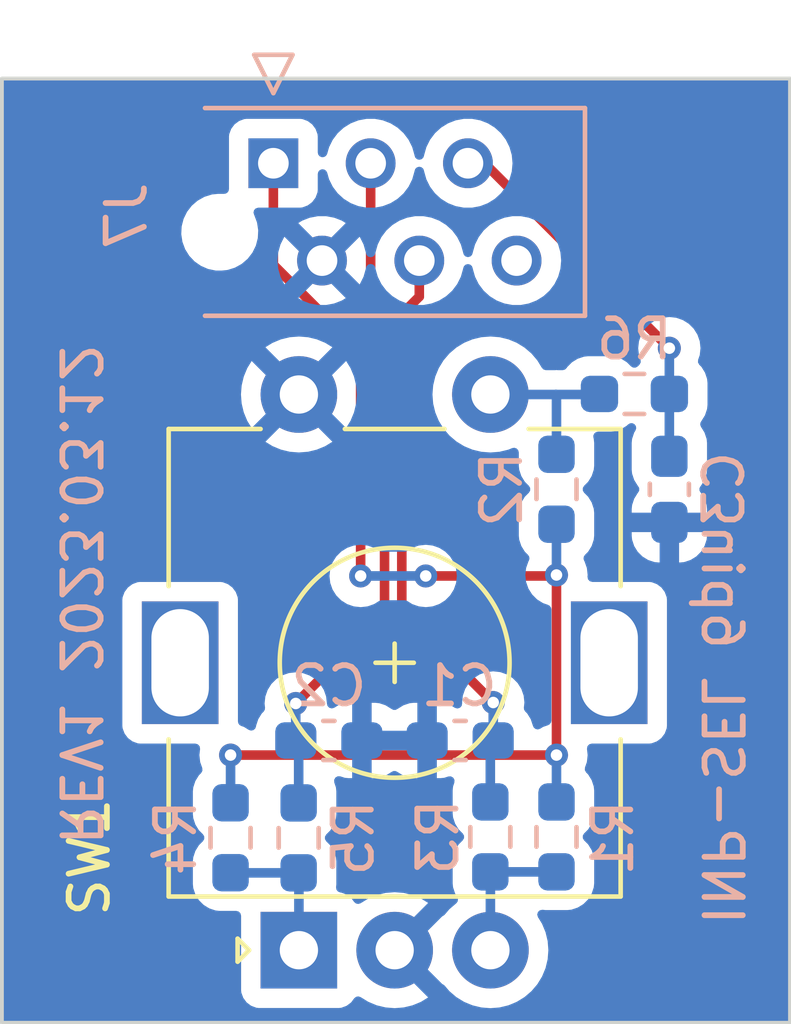
<source format=kicad_pcb>
(kicad_pcb (version 20221018) (generator pcbnew)
  (layers (0 "F.Cu" signal) (31 "B.Cu" signal) (34 "B.Paste" user) (35 "F.Paste" user) (36 "B.SilkS" user "B.Silkscreen") (37 "F.SilkS" user "F.Silkscreen") (38 "B.Mask" user) (39 "F.Mask" user) (44 "Edge.Cuts" user))
  (net 0 "")
  (net 1 "GND")
  (net 2 "RB7{slash}CHB")
  (net 3 "RB6{slash}CHA")
  (net 4 "VCC")
  (net 5 "RB4{slash}SW")
  (net 6 "Net-(R1-Pad2)")
  (net 7 "Net-(R2-Pad1)")
  (net 8 "Net-(R4-Pad2)")
  (footprint "Rotary_Encoder:RotaryEncoder_Alps_EC11E-Switch_Vertical_H20mm" (layer "F.Cu") (at 139.833 79.386 90)
    (fp_text reference "SW1" (at 2.424 -5.467 90) (layer "F.SilkS"))
    (fp_text value "RotaryEncoder_Switch")
    (fp_line (start -0.3 -1.6) (end 0.3 -1.6) (stroke (width 0.12)) (layer "F.SilkS"))
    (fp_line (start 0 -1.3) (end -0.3 -1.6) (stroke (width 0.12)) (layer "F.SilkS"))
    (fp_line (start 0.3 -1.6) (end 0 -1.3) (stroke (width 0.12)) (layer "F.SilkS"))
    (fp_line (start 1.4 -3.4) (end 1.4 8.4) (stroke (width 0.12)) (layer "F.SilkS"))
    (fp_line (start 5.5 -3.4) (end 1.4 -3.4) (stroke (width 0.12)) (layer "F.SilkS"))
    (fp_line (start 5.5 8.4) (end 1.4 8.4) (stroke (width 0.12)) (layer "F.SilkS"))
    (fp_line (start 7 2.5) (end 8 2.5) (stroke (width 0.12)) (layer "F.SilkS"))
    (fp_line (start 7.5 2) (end 7.5 3) (stroke (width 0.12)) (layer "F.SilkS"))
    (fp_line (start 9.5 -3.4) (end 13.6 -3.4) (stroke (width 0.12)) (layer "F.SilkS"))
    (fp_line (start 13.6 -3.4) (end 13.6 -1) (stroke (width 0.12)) (layer "F.SilkS"))
    (fp_line (start 13.6 1.2) (end 13.6 3.8) (stroke (width 0.12)) (layer "F.SilkS"))
    (fp_line (start 13.6 6) (end 13.6 8.4) (stroke (width 0.12)) (layer "F.SilkS"))
    (fp_line (start 13.6 8.4) (end 9.5 8.4) (stroke (width 0.12)) (layer "F.SilkS"))
    (fp_circle (center 7.5 2.5) (end 10.5 2.5) (stroke (width 0.12)) (fill none) (layer "F.SilkS"))
    (pad "A" thru_hole rect (at 0 0 90) (size 2 2) (drill 1) (layers "*.Cu" "*.Mask") (net 8 "Net-(R4-Pad2)"))
    (pad "B" thru_hole circle (at 0 5 90) (size 2 2) (drill 1) (layers "*.Cu" "*.Mask") (net 6 "Net-(R1-Pad2)"))
    (pad "C" thru_hole circle (at 0 2.5 90) (size 2 2) (drill 1) (layers "*.Cu" "*.Mask") (net 1 "GND"))
    (pad "MP" thru_hole rect (at 7.5 -3.1 90) (size 3.2 2) (drill oval 2.8 1.5) (layers "*.Cu" "*.Mask"))
    (pad "MP" thru_hole rect (at 7.5 8.1 90) (size 3.2 2) (drill oval 2.8 1.5) (layers "*.Cu" "*.Mask"))
    (pad "S1" thru_hole circle (at 14.5 5 90) (size 2 2) (drill 1) (layers "*.Cu" "*.Mask") (net 7 "Net-(R2-Pad1)"))
    (pad "S2" thru_hole circle (at 14.5 0 90) (size 2 2) (drill 1) (layers "*.Cu" "*.Mask") (net 1 "GND"))
  )
  (footprint "Resistor_SMD:R_0603_1608Metric_Pad0.98x0.95mm_HandSolder" (layer "B.Cu") (at 146.558 76.4305 -90)
    (fp_text reference "R1" (at 0.0235 -1.4732 90) (layer "B.SilkS") (effects (justify mirror)))
    (fp_text value "10k")
    (fp_line (start -0.254724 -0.5225) (end 0.254724 -0.5225) (stroke (width 0.12)) (layer "B.SilkS"))
    (fp_line (start -0.254724 0.5225) (end 0.254724 0.5225) (stroke (width 0.12)) (layer "B.SilkS"))
    (pad "1" smd roundrect (at -0.9125 0 270) (size 0.975 0.95) (layers "B.Cu" "B.Paste" "B.Mask") (net 4 "VCC"))
    (pad "2" smd roundrect (at 0.9125 0 270) (size 0.975 0.95) (layers "B.Cu" "B.Paste" "B.Mask") (net 6 "Net-(R1-Pad2)"))
  )
  (footprint "Resistor_SMD:R_0603_1608Metric_Pad0.98x0.95mm_HandSolder" (layer "B.Cu") (at 144.8308 76.4305 90)
    (fp_text reference "R3" (at 0 -1.363 90) (layer "B.SilkS") (effects (justify mirror)))
    (fp_text value "10k")
    (fp_line (start -0.254724 -0.5225) (end 0.254724 -0.5225) (stroke (width 0.12)) (layer "B.SilkS"))
    (fp_line (start -0.254724 0.5225) (end 0.254724 0.5225) (stroke (width 0.12)) (layer "B.SilkS"))
    (pad "1" smd roundrect (at -0.9125 0 90) (size 0.975 0.95) (layers "B.Cu" "B.Paste" "B.Mask") (net 6 "Net-(R1-Pad2)"))
    (pad "2" smd roundrect (at 0.9125 0 90) (size 0.975 0.95) (layers "B.Cu" "B.Paste" "B.Mask") (net 2 "RB7{slash}CHB"))
  )
  (footprint "Capacitor_SMD:C_0603_1608Metric_Pad1.08x0.95mm_HandSolder" (layer "B.Cu") (at 140.6155 73.914 180)
    (fp_text reference "C2" (at 0.0011 1.4224) (layer "B.SilkS") (effects (justify mirror)))
    (fp_text value "10nF")
    (fp_line (start -0.146267 -0.51) (end 0.146267 -0.51) (stroke (width 0.12)) (layer "B.SilkS"))
    (fp_line (start -0.146267 0.51) (end 0.146267 0.51) (stroke (width 0.12)) (layer "B.SilkS"))
    (pad "1" smd roundrect (at -0.8625 0 180) (size 1.075 0.95) (layers "B.Cu" "B.Paste" "B.Mask") (net 1 "GND"))
    (pad "2" smd roundrect (at 0.8625 0 180) (size 1.075 0.95) (layers "B.Cu" "B.Paste" "B.Mask") (net 3 "RB6{slash}CHA"))
  )
  (footprint "Capacitor_SMD:C_0603_1608Metric_Pad1.08x0.95mm_HandSolder" (layer "B.Cu") (at 144.0423 73.914)
    (fp_text reference "C1" (at -0.0243 -1.4224) (layer "B.SilkS") (effects (justify mirror)))
    (fp_text value "10nF")
    (fp_line (start -0.146267 -0.51) (end 0.146267 -0.51) (stroke (width 0.12)) (layer "B.SilkS"))
    (fp_line (start -0.146267 0.51) (end 0.146267 0.51) (stroke (width 0.12)) (layer "B.SilkS"))
    (pad "1" smd roundrect (at -0.8625 0) (size 1.075 0.95) (layers "B.Cu" "B.Paste" "B.Mask") (net 1 "GND"))
    (pad "2" smd roundrect (at 0.8625 0) (size 1.075 0.95) (layers "B.Cu" "B.Paste" "B.Mask") (net 2 "RB7{slash}CHB"))
  )
  (footprint "Resistor_SMD:R_0603_1608Metric_Pad0.98x0.95mm_HandSolder" (layer "B.Cu") (at 146.558 67.3589 -90)
    (fp_text reference "R2" (at 0 1.43 90) (layer "B.SilkS") (effects (justify mirror)))
    (fp_text value "10k")
    (fp_line (start -0.254724 -0.5225) (end 0.254724 -0.5225) (stroke (width 0.12)) (layer "B.SilkS"))
    (fp_line (start -0.254724 0.5225) (end 0.254724 0.5225) (stroke (width 0.12)) (layer "B.SilkS"))
    (pad "1" smd roundrect (at -0.9125 0 270) (size 0.975 0.95) (layers "B.Cu" "B.Paste" "B.Mask") (net 7 "Net-(R2-Pad1)"))
    (pad "2" smd roundrect (at 0.9125 0 270) (size 0.975 0.95) (layers "B.Cu" "B.Paste" "B.Mask") (net 4 "VCC"))
  )
  (footprint "Connector_TE-Connectivity:TE_Micro-MaTch_215079-6_2x03_P1.27mm_Vertical" (layer "B.Cu") (at 139.1666 58.8518 -90)
    (fp_text reference "J7" (at 1.3716 3.8354 90) (layer "B.SilkS") (effects (justify mirror)))
    (fp_text value "TE MicroMatch")
    (fp_line (start -2.83 -0.5) (end -2.83 0.5) (stroke (width 0.12)) (layer "B.SilkS"))
    (fp_line (start -2.83 0.5) (end -1.83 0) (stroke (width 0.12)) (layer "B.SilkS"))
    (fp_line (start -1.83 0) (end -2.83 -0.5) (stroke (width 0.12)) (layer "B.SilkS"))
    (fp_line (start -1.44 -8.135) (end 3.98 -8.135) (stroke (width 0.12)) (layer "B.SilkS"))
    (fp_line (start -1.44 1.785) (end -1.44 -8.135) (stroke (width 0.12)) (layer "B.SilkS"))
    (fp_line (start 3.98 -8.135) (end 3.98 1.785) (stroke (width 0.12)) (layer "B.SilkS"))
    (pad "" np_thru_hole circle (at 1.8 1.4 270) (size 1.5 1.5) (drill 1.5) (layers "*.Cu" "*.Mask"))
    (pad "1" thru_hole rect (at 0 0 270) (size 1.3 1.3) (drill 0.8) (layers "*.Cu" "*.Mask") (net 4 "VCC"))
    (pad "2" thru_hole circle (at 2.54 -1.27 270) (size 1.3 1.3) (drill 0.8) (layers "*.Cu" "*.Mask") (net 1 "GND"))
    (pad "3" thru_hole circle (at 0 -2.54 270) (size 1.3 1.3) (drill 0.8) (layers "*.Cu" "*.Mask") (net 3 "RB6{slash}CHA"))
    (pad "4" thru_hole circle (at 2.54 -3.81 270) (size 1.3 1.3) (drill 0.8) (layers "*.Cu" "*.Mask") (net 2 "RB7{slash}CHB"))
    (pad "5" thru_hole circle (at 0 -5.08 270) (size 1.3 1.3) (drill 0.8) (layers "*.Cu" "*.Mask") (net 5 "RB4{slash}SW"))
    (pad "6" thru_hole circle (at 2.54 -6.35 270) (size 1.3 1.3) (drill 0.8) (layers "*.Cu" "*.Mask"))
  )
  (footprint "Resistor_SMD:R_0603_1608Metric_Pad0.98x0.95mm_HandSolder" (layer "B.Cu") (at 139.827 76.4559 90)
    (fp_text reference "R5" (at 0 1.43 90) (layer "B.SilkS") (effects (justify mirror)))
    (fp_text value "10k")
    (fp_line (start -0.254724 -0.5225) (end 0.254724 -0.5225) (stroke (width 0.12)) (layer "B.SilkS"))
    (fp_line (start -0.254724 0.5225) (end 0.254724 0.5225) (stroke (width 0.12)) (layer "B.SilkS"))
    (pad "1" smd roundrect (at -0.9125 0 90) (size 0.975 0.95) (layers "B.Cu" "B.Paste" "B.Mask") (net 8 "Net-(R4-Pad2)"))
    (pad "2" smd roundrect (at 0.9125 0 90) (size 0.975 0.95) (layers "B.Cu" "B.Paste" "B.Mask") (net 3 "RB6{slash}CHA"))
  )
  (footprint "Resistor_SMD:R_0603_1608Metric_Pad0.98x0.95mm_HandSolder" (layer "B.Cu") (at 138.049 76.4521 -90)
    (fp_text reference "R4" (at 0 1.43 90) (layer "B.SilkS") (effects (justify mirror)))
    (fp_text value "10k")
    (fp_line (start -0.254724 -0.5225) (end 0.254724 -0.5225) (stroke (width 0.12)) (layer "B.SilkS"))
    (fp_line (start -0.254724 0.5225) (end 0.254724 0.5225) (stroke (width 0.12)) (layer "B.SilkS"))
    (pad "1" smd roundrect (at -0.9125 0 270) (size 0.975 0.95) (layers "B.Cu" "B.Paste" "B.Mask") (net 4 "VCC"))
    (pad "2" smd roundrect (at 0.9125 0 270) (size 0.975 0.95) (layers "B.Cu" "B.Paste" "B.Mask") (net 8 "Net-(R4-Pad2)"))
  )
  (footprint "Resistor_SMD:R_0603_1608Metric_Pad0.98x0.95mm_HandSolder" (layer "B.Cu") (at 148.5919 64.8716 180)
    (fp_text reference "R6" (at 0 1.43) (layer "B.SilkS") (effects (justify mirror)))
    (fp_text value "10k")
    (fp_line (start -0.254724 -0.5225) (end 0.254724 -0.5225) (stroke (width 0.12)) (layer "B.SilkS"))
    (fp_line (start -0.254724 0.5225) (end 0.254724 0.5225) (stroke (width 0.12)) (layer "B.SilkS"))
    (pad "1" smd roundrect (at -0.9125 0 180) (size 0.975 0.95) (layers "B.Cu" "B.Paste" "B.Mask") (net 5 "RB4{slash}SW"))
    (pad "2" smd roundrect (at 0.9125 0 180) (size 0.975 0.95) (layers "B.Cu" "B.Paste" "B.Mask") (net 7 "Net-(R2-Pad1)"))
  )
  (footprint "Capacitor_SMD:C_0603_1608Metric_Pad1.08x0.95mm_HandSolder" (layer "B.Cu") (at 149.5044 67.3608 90)
    (fp_text reference "C3" (at 0 1.43 90) (layer "B.SilkS") (effects (justify mirror)))
    (fp_text value "10nF")
    (fp_line (start -0.146267 -0.51) (end 0.146267 -0.51) (stroke (width 0.12)) (layer "B.SilkS"))
    (fp_line (start -0.146267 0.51) (end 0.146267 0.51) (stroke (width 0.12)) (layer "B.SilkS"))
    (pad "1" smd roundrect (at -0.8625 0 90) (size 1.075 0.95) (layers "B.Cu" "B.Paste" "B.Mask") (net 1 "GND"))
    (pad "2" smd roundrect (at 0.8625 0 90) (size 1.075 0.95) (layers "B.Cu" "B.Paste" "B.Mask") (net 5 "RB4{slash}SW"))
  )
  (gr_rect (start 132.08 56.642) (end 152.654 81.28) (stroke (width 0.1)) (fill none) (layer "Edge.Cuts"))
  (gr_text "INP-SEL 6pin" (at 150.876 73.496773 270) (layer "B.SilkS") (effects (font (size 1 1)) (justify mirror)))
  (gr_text "REV1 2023.03.12" (at 134.112 70.104 270) (layer "B.SilkS") (effects (font (size 1 1)) (justify mirror)))
  (segment (start 142.9766 61.3918) (end 142.9766 62.3316) (width 0.25) (layer "F.Cu") (net 2))
  (segment (start 142.5194 70.5358) (end 144.907 72.9234) (width 0.25) (layer "F.Cu") (net 2))
  (segment (start 142.9766 62.3316) (end 142.5194 62.7888) (width 0.25) (layer "F.Cu") (net 2))
  (segment (start 142.5194 62.7888) (end 142.5194 70.5358) (width 0.25) (layer "F.Cu") (net 2))
  (via (at 144.907 72.9234) (size 0.6) (drill 0.3) (layers "F.Cu" "B.Cu") (net 2))
  (segment (start 144.8308 75.518) (end 144.8308 73.988) (width 0.25) (layer "B.Cu") (net 2))
  (segment (start 144.907 72.9234) (end 144.907 73.9118) (width 0.25) (layer "B.Cu") (net 2))
  (segment (start 144.907 73.9118) (end 144.9048 73.914) (width 0.25) (layer "B.Cu") (net 2))
  (segment (start 139.7508 72.9488) (end 142.0694 70.6302) (width 0.25) (layer "F.Cu") (net 3))
  (segment (start 142.0694 62.9158) (end 141.7066 62.553) (width 0.25) (layer "F.Cu") (net 3))
  (segment (start 141.7066 62.553) (end 141.7066 58.8518) (width 0.25) (layer "F.Cu") (net 3))
  (segment (start 142.0694 70.6302) (end 142.0694 62.9158) (width 0.25) (layer "F.Cu") (net 3))
  (via (at 139.7508 72.9488) (size 0.6) (drill 0.3) (layers "F.Cu" "B.Cu") (net 3))
  (segment (start 139.7508 73.9118) (end 139.753 73.914) (width 0.25) (layer "B.Cu") (net 3))
  (segment (start 139.7508 72.9488) (end 139.7508 73.9118) (width 0.25) (layer "B.Cu") (net 3))
  (segment (start 139.827 75.5434) (end 139.827 73.988) (width 0.25) (layer "B.Cu") (net 3))
  (segment (start 146.558 74.295) (end 146.558 69.596) (width 0.25) (layer "F.Cu") (net 4))
  (segment (start 146.5326 69.6214) (end 146.558 69.596) (width 0.25) (layer "F.Cu") (net 4))
  (segment (start 139.1666 58.8518) (end 139.1666 61.500659) (width 0.25) (layer "F.Cu") (net 4))
  (segment (start 141.4449 63.778959) (end 141.4449 69.6214) (width 0.25) (layer "F.Cu") (net 4))
  (segment (start 138.049 74.295) (end 146.558 74.295) (width 0.25) (layer "F.Cu") (net 4))
  (segment (start 139.1666 61.500659) (end 141.4449 63.778959) (width 0.25) (layer "F.Cu") (net 4))
  (segment (start 143.1439 69.6214) (end 146.5326 69.6214) (width 0.25) (layer "F.Cu") (net 4))
  (via (at 146.558 69.596) (size 0.6) (drill 0.3) (layers "F.Cu" "B.Cu") (net 4))
  (via (at 146.558 74.295) (size 0.6) (drill 0.3) (layers "F.Cu" "B.Cu") (net 4))
  (via (at 141.4449 69.6214) (size 0.6) (drill 0.3) (layers "F.Cu" "B.Cu") (net 4))
  (via (at 143.1439 69.6214) (size 0.6) (drill 0.3) (layers "F.Cu" "B.Cu") (net 4))
  (via (at 138.049 74.295) (size 0.6) (drill 0.3) (layers "F.Cu" "B.Cu") (net 4))
  (segment (start 146.558 74.295) (end 146.558 75.518) (width 0.25) (layer "B.Cu") (net 4))
  (segment (start 138.049 75.5396) (end 138.049 74.295) (width 0.25) (layer "B.Cu") (net 4))
  (segment (start 146.558 68.2714) (end 146.558 69.596) (width 0.25) (layer "B.Cu") (net 4))
  (segment (start 141.4449 69.6214) (end 143.1439 69.6214) (width 0.25) (layer "B.Cu") (net 4))
  (segment (start 144.6784 58.8518) (end 149.5044 63.6778) (width 0.25) (layer "F.Cu") (net 5))
  (segment (start 144.2466 58.8518) (end 144.6784 58.8518) (width 0.25) (layer "F.Cu") (net 5))
  (via (at 149.5044 63.6778) (size 0.6) (drill 0.3) (layers "F.Cu" "B.Cu") (net 5))
  (segment (start 149.5044 66.4983) (end 149.5044 64.8716) (width 0.25) (layer "B.Cu") (net 5))
  (segment (start 149.5044 63.6778) (end 149.5044 64.8716) (width 0.25) (layer "B.Cu") (net 5))
  (segment (start 146.558 77.343) (end 144.8308 77.343) (width 0.25) (layer "B.Cu") (net 6))
  (segment (start 144.833 79.386) (end 144.833 77.3452) (width 0.25) (layer "B.Cu") (net 6))
  (segment (start 147.665 64.886) (end 146.5436 64.886) (width 0.25) (layer "B.Cu") (net 7))
  (segment (start 146.558 66.4464) (end 146.558 64.9004) (width 0.25) (layer "B.Cu") (net 7))
  (segment (start 146.5436 64.886) (end 144.833 64.886) (width 0.25) (layer "B.Cu") (net 7))
  (segment (start 146.558 64.9004) (end 146.5436 64.886) (width 0.25) (layer "B.Cu") (net 7))
  (segment (start 139.833 79.386) (end 139.833 77.3744) (width 0.25) (layer "B.Cu") (net 8))
  (segment (start 139.827 77.3684) (end 138.0528 77.3684) (width 0.25) (layer "B.Cu") (net 8))
  (zone (net 1) (net_name "GND") (layer "B.Cu") (connect_pads (clearance 0.508)) (min_thickness 0.254) (fill yes (thermal_gap 0.508) (thermal_bridge_width 0.508))
    (polygon (pts (xy 152.654 81.28) (xy 132.08 81.28) (xy 132.08 56.642) (xy 152.654 56.642)))
  )
)
</source>
